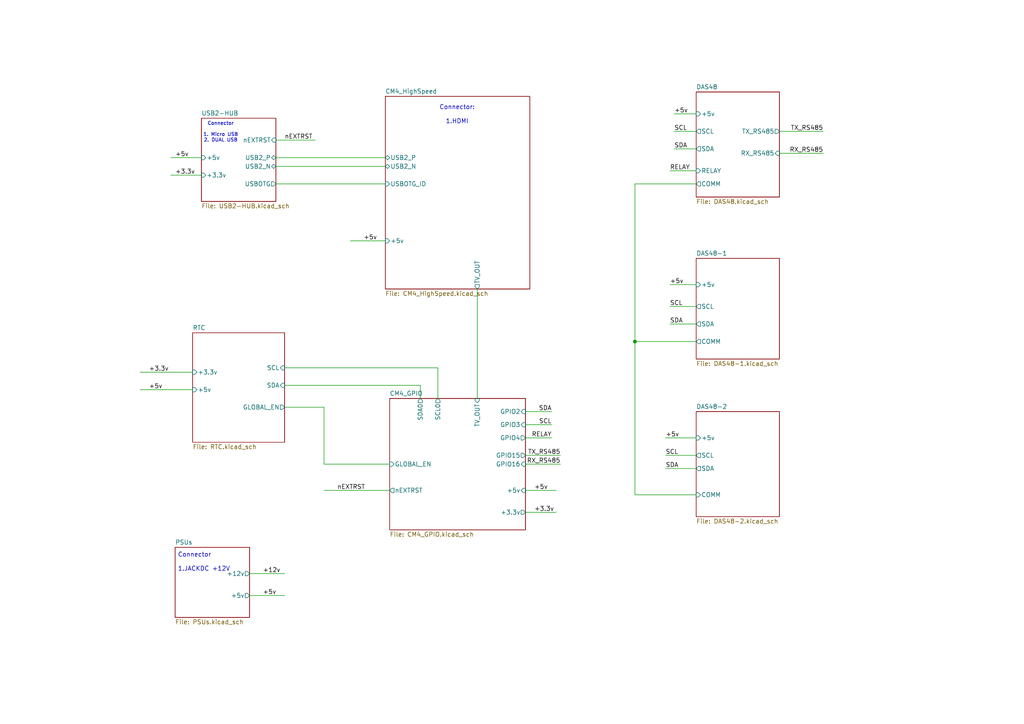
<source format=kicad_sch>
(kicad_sch
	(version 20231120)
	(generator "eeschema")
	(generator_version "8.0")
	(uuid "af259caa-2224-4218-ba31-7c4f2c7a8c5c")
	(paper "A4")
	(title_block
		(title "DAS48-Raspberry CM4")
		(rev "1")
		(company "MEL")
	)
	(lib_symbols)
	(junction
		(at 184.15 99.06)
		(diameter 0)
		(color 0 0 0 0)
		(uuid "9c8d0794-3369-471e-8860-fcab9ece3912")
	)
	(wire
		(pts
			(xy 93.98 134.62) (xy 93.98 118.11)
		)
		(stroke
			(width 0)
			(type default)
		)
		(uuid "02f8f69c-80fa-43ec-bd28-4241e3e832a4")
	)
	(wire
		(pts
			(xy 184.15 143.51) (xy 201.93 143.51)
		)
		(stroke
			(width 0)
			(type default)
		)
		(uuid "04a1972d-523e-4330-8f56-9207e39ccd6f")
	)
	(wire
		(pts
			(xy 121.92 115.57) (xy 121.92 111.76)
		)
		(stroke
			(width 0)
			(type default)
		)
		(uuid "0b75df14-07f8-4316-b38b-70139e8fdb06")
	)
	(wire
		(pts
			(xy 80.01 45.72) (xy 111.76 45.72)
		)
		(stroke
			(width 0)
			(type default)
		)
		(uuid "1478b4a0-f9ae-40c3-aee5-857952c8b7c1")
	)
	(wire
		(pts
			(xy 40.64 107.95) (xy 55.88 107.95)
		)
		(stroke
			(width 0)
			(type default)
		)
		(uuid "1a13b503-cb62-46a6-afdb-02a9542fbe9a")
	)
	(wire
		(pts
			(xy 226.06 38.1) (xy 238.76 38.1)
		)
		(stroke
			(width 0)
			(type default)
		)
		(uuid "1dc84533-f229-4226-90e6-51cf24419b97")
	)
	(wire
		(pts
			(xy 201.93 53.34) (xy 184.15 53.34)
		)
		(stroke
			(width 0)
			(type default)
		)
		(uuid "1fdf464c-7c28-4c88-b31f-5db8605663e1")
	)
	(wire
		(pts
			(xy 194.31 82.55) (xy 201.93 82.55)
		)
		(stroke
			(width 0)
			(type default)
		)
		(uuid "31443fa7-29d2-4a75-a342-8429dadd4b6c")
	)
	(wire
		(pts
			(xy 138.43 83.82) (xy 138.43 115.57)
		)
		(stroke
			(width 0)
			(type default)
		)
		(uuid "377d216e-b4e4-4554-9af6-b92f69c6cfa9")
	)
	(wire
		(pts
			(xy 49.53 50.8) (xy 58.42 50.8)
		)
		(stroke
			(width 0)
			(type default)
		)
		(uuid "3cc59bb1-9d46-4c46-8b78-15ecf8a04da2")
	)
	(wire
		(pts
			(xy 152.4 142.24) (xy 161.29 142.24)
		)
		(stroke
			(width 0)
			(type default)
		)
		(uuid "4316b346-b791-4055-965b-ebbafd3f7d11")
	)
	(wire
		(pts
			(xy 152.4 132.08) (xy 162.56 132.08)
		)
		(stroke
			(width 0)
			(type default)
		)
		(uuid "4a843e12-fe9d-4337-8280-d742baf69190")
	)
	(wire
		(pts
			(xy 152.4 148.59) (xy 161.29 148.59)
		)
		(stroke
			(width 0)
			(type default)
		)
		(uuid "51290605-e051-418c-8860-26d9866c7b54")
	)
	(wire
		(pts
			(xy 40.64 113.03) (xy 55.88 113.03)
		)
		(stroke
			(width 0)
			(type default)
		)
		(uuid "565925f5-f529-4114-b148-8964ae303727")
	)
	(wire
		(pts
			(xy 121.92 111.76) (xy 82.55 111.76)
		)
		(stroke
			(width 0)
			(type default)
		)
		(uuid "59647ced-259d-422f-aa5d-3ba1f81567c8")
	)
	(wire
		(pts
			(xy 194.31 93.98) (xy 201.93 93.98)
		)
		(stroke
			(width 0)
			(type default)
		)
		(uuid "5ae6cc83-4784-4fe2-a1f0-b1d989b82cc2")
	)
	(wire
		(pts
			(xy 127 115.57) (xy 127 106.68)
		)
		(stroke
			(width 0)
			(type default)
		)
		(uuid "63223430-a724-44c4-8057-b2bc69d47583")
	)
	(wire
		(pts
			(xy 127 106.68) (xy 82.55 106.68)
		)
		(stroke
			(width 0)
			(type default)
		)
		(uuid "68fd27cd-a473-492d-a852-9c8e30beb44a")
	)
	(wire
		(pts
			(xy 194.31 88.9) (xy 201.93 88.9)
		)
		(stroke
			(width 0)
			(type default)
		)
		(uuid "6a3b11fa-8620-496f-a931-cff880fa7ba5")
	)
	(wire
		(pts
			(xy 195.58 38.1) (xy 201.93 38.1)
		)
		(stroke
			(width 0)
			(type default)
		)
		(uuid "73d2ded1-1e3d-4df8-9825-32e305587110")
	)
	(wire
		(pts
			(xy 80.01 40.64) (xy 91.44 40.64)
		)
		(stroke
			(width 0)
			(type default)
		)
		(uuid "7ed45022-f568-4afa-94f6-d3b9ac40bedf")
	)
	(wire
		(pts
			(xy 80.01 48.26) (xy 111.76 48.26)
		)
		(stroke
			(width 0)
			(type default)
		)
		(uuid "8433fb73-c0e0-4cc3-9663-61c9d21bd954")
	)
	(wire
		(pts
			(xy 226.06 44.45) (xy 238.76 44.45)
		)
		(stroke
			(width 0)
			(type default)
		)
		(uuid "8dca7762-3925-4283-bc16-615d08c17900")
	)
	(wire
		(pts
			(xy 49.53 45.72) (xy 58.42 45.72)
		)
		(stroke
			(width 0)
			(type default)
		)
		(uuid "8f1c5dcc-1ece-4fdc-9c6d-9805ed4f103c")
	)
	(wire
		(pts
			(xy 193.04 127) (xy 201.93 127)
		)
		(stroke
			(width 0)
			(type default)
		)
		(uuid "9e5a1521-2506-4c6e-bda0-497f271d0ca9")
	)
	(wire
		(pts
			(xy 93.98 118.11) (xy 82.55 118.11)
		)
		(stroke
			(width 0)
			(type default)
		)
		(uuid "9e921dc9-7af1-433b-bf85-e36c73069c6d")
	)
	(wire
		(pts
			(xy 195.58 43.18) (xy 201.93 43.18)
		)
		(stroke
			(width 0)
			(type default)
		)
		(uuid "a0c29aab-53f3-489d-b26f-122c61dc0df9")
	)
	(wire
		(pts
			(xy 101.6 69.85) (xy 111.76 69.85)
		)
		(stroke
			(width 0)
			(type default)
		)
		(uuid "a4aab389-b375-4517-a75c-3940fa12be21")
	)
	(wire
		(pts
			(xy 184.15 53.34) (xy 184.15 99.06)
		)
		(stroke
			(width 0)
			(type default)
		)
		(uuid "ab2faebd-521f-4e63-a83b-f5c0283554c7")
	)
	(wire
		(pts
			(xy 152.4 127) (xy 160.02 127)
		)
		(stroke
			(width 0)
			(type default)
		)
		(uuid "ac979ad2-877f-484e-a312-6ef56dcceaa7")
	)
	(wire
		(pts
			(xy 152.4 119.38) (xy 160.02 119.38)
		)
		(stroke
			(width 0)
			(type default)
		)
		(uuid "b17be3aa-f7cf-4f96-836a-aec5dfb17376")
	)
	(wire
		(pts
			(xy 193.04 135.89) (xy 201.93 135.89)
		)
		(stroke
			(width 0)
			(type default)
		)
		(uuid "b371c9ef-50e3-4d2d-a68e-11b1e9f056ee")
	)
	(wire
		(pts
			(xy 80.01 53.34) (xy 111.76 53.34)
		)
		(stroke
			(width 0)
			(type default)
		)
		(uuid "b7ec234b-dffb-4d20-8f42-64e4fd1df142")
	)
	(wire
		(pts
			(xy 195.58 33.02) (xy 201.93 33.02)
		)
		(stroke
			(width 0)
			(type default)
		)
		(uuid "ba17c5c8-936c-4a53-987a-bb19061a4371")
	)
	(wire
		(pts
			(xy 72.39 166.37) (xy 82.55 166.37)
		)
		(stroke
			(width 0)
			(type default)
		)
		(uuid "bd0049a3-7866-4ac4-a845-abe34f61d0d2")
	)
	(wire
		(pts
			(xy 194.31 49.53) (xy 201.93 49.53)
		)
		(stroke
			(width 0)
			(type default)
		)
		(uuid "be3ffade-c3e0-4c34-9900-30655b04e04c")
	)
	(wire
		(pts
			(xy 184.15 99.06) (xy 184.15 143.51)
		)
		(stroke
			(width 0)
			(type default)
		)
		(uuid "c276e5e7-58fe-4069-beb5-5cc5919b30b5")
	)
	(wire
		(pts
			(xy 152.4 123.19) (xy 160.02 123.19)
		)
		(stroke
			(width 0)
			(type default)
		)
		(uuid "cef1a9a3-1fff-4d9d-b87b-7b8315bc0e42")
	)
	(wire
		(pts
			(xy 113.03 134.62) (xy 93.98 134.62)
		)
		(stroke
			(width 0)
			(type default)
		)
		(uuid "d2f794ac-2fbb-45bc-a665-896535d3cc4f")
	)
	(wire
		(pts
			(xy 72.39 172.72) (xy 82.55 172.72)
		)
		(stroke
			(width 0)
			(type default)
		)
		(uuid "db9f75ab-ff34-4af3-b89e-4ccc92f00504")
	)
	(wire
		(pts
			(xy 93.98 142.24) (xy 113.03 142.24)
		)
		(stroke
			(width 0)
			(type default)
		)
		(uuid "dd2f5bce-e7db-40ae-baab-8cdd4fa43d9a")
	)
	(wire
		(pts
			(xy 152.4 134.62) (xy 162.56 134.62)
		)
		(stroke
			(width 0)
			(type default)
		)
		(uuid "e08dc462-cf47-4c85-9ebb-7a83bef653c4")
	)
	(wire
		(pts
			(xy 193.04 132.08) (xy 201.93 132.08)
		)
		(stroke
			(width 0)
			(type default)
		)
		(uuid "e2b5b07f-3060-46a1-8963-6f3e390882a7")
	)
	(wire
		(pts
			(xy 184.15 99.06) (xy 201.93 99.06)
		)
		(stroke
			(width 0)
			(type default)
		)
		(uuid "f8e848b2-6419-4276-8d94-d310790027c0")
	)
	(text "Connector\n\n1. Micro USB\n2. DUAL USB"
		(exclude_from_sim no)
		(at 64.008 38.354 0)
		(effects
			(font
				(size 1 1)
			)
		)
		(uuid "05293a62-093d-473c-a087-8f53a3edcc93")
	)
	(text "Connector\n\n1.JACKDC +12V\n"
		(exclude_from_sim no)
		(at 51.562 163.068 0)
		(effects
			(font
				(size 1.27 1.27)
			)
			(justify left)
		)
		(uuid "19e9e5c4-0fcc-4010-aeb4-771561d09acb")
	)
	(text "Connector:\n\n1.HDMI\n"
		(exclude_from_sim no)
		(at 132.588 33.274 0)
		(effects
			(font
				(size 1.27 1.27)
			)
		)
		(uuid "4381b3e1-a95e-46df-9ad8-c8a4c6c3732b")
	)
	(label "nEXTRST"
		(at 82.55 40.64 0)
		(fields_autoplaced yes)
		(effects
			(font
				(size 1.27 1.27)
			)
			(justify left bottom)
		)
		(uuid "0323db37-ec21-47d4-baa6-957093edae62")
	)
	(label "+12v"
		(at 76.2 166.37 0)
		(fields_autoplaced yes)
		(effects
			(font
				(size 1.27 1.27)
			)
			(justify left bottom)
		)
		(uuid "0530640b-5a12-47c3-a08a-79d5ede39180")
	)
	(label "+5v"
		(at 50.8 45.72 0)
		(fields_autoplaced yes)
		(effects
			(font
				(size 1.27 1.27)
			)
			(justify left bottom)
		)
		(uuid "1b56a82e-dd3d-4ce0-aa7a-92fa2e389d66")
	)
	(label "SCL"
		(at 160.02 123.19 180)
		(fields_autoplaced yes)
		(effects
			(font
				(size 1.27 1.27)
			)
			(justify right bottom)
		)
		(uuid "25744666-317a-4bd7-be8b-4a95f3003949")
	)
	(label "SDA"
		(at 193.04 135.89 0)
		(fields_autoplaced yes)
		(effects
			(font
				(size 1.27 1.27)
			)
			(justify left bottom)
		)
		(uuid "431a5ad8-c16d-4bd6-8f10-a182b9d17ca2")
	)
	(label "SDA"
		(at 195.58 43.18 0)
		(fields_autoplaced yes)
		(effects
			(font
				(size 1.27 1.27)
			)
			(justify left bottom)
		)
		(uuid "489711c6-8c62-4f3c-b50f-4af457a64e55")
	)
	(label "RX_RS485"
		(at 162.56 134.62 180)
		(fields_autoplaced yes)
		(effects
			(font
				(size 1.27 1.27)
			)
			(justify right bottom)
		)
		(uuid "55a36c6d-8ea3-423d-851f-b0269c0877de")
	)
	(label "RX_RS485"
		(at 238.76 44.45 180)
		(fields_autoplaced yes)
		(effects
			(font
				(size 1.27 1.27)
			)
			(justify right bottom)
		)
		(uuid "567eab1b-2b16-4c36-8b8a-7f73637fa8d9")
	)
	(label "RELAY"
		(at 194.31 49.53 0)
		(fields_autoplaced yes)
		(effects
			(font
				(size 1.27 1.27)
			)
			(justify left bottom)
		)
		(uuid "5c853314-cade-4bf4-8b38-df14dd7580ef")
	)
	(label "SCL"
		(at 193.04 132.08 0)
		(fields_autoplaced yes)
		(effects
			(font
				(size 1.27 1.27)
			)
			(justify left bottom)
		)
		(uuid "6a08906f-0240-45a4-b273-242ca711cfc7")
	)
	(label "+5v"
		(at 193.04 127 0)
		(fields_autoplaced yes)
		(effects
			(font
				(size 1.27 1.27)
			)
			(justify left bottom)
		)
		(uuid "787a76c0-bb5a-4396-9850-1ea5c8a44572")
	)
	(label "SDA"
		(at 194.31 93.98 0)
		(fields_autoplaced yes)
		(effects
			(font
				(size 1.27 1.27)
			)
			(justify left bottom)
		)
		(uuid "7c695a2f-19e1-465c-ac0f-08bcca3535cb")
	)
	(label "nEXTRST"
		(at 97.79 142.24 0)
		(fields_autoplaced yes)
		(effects
			(font
				(size 1.27 1.27)
			)
			(justify left bottom)
		)
		(uuid "80c86db1-43eb-4f06-9994-f7c9ad4ef7e8")
	)
	(label "SDA"
		(at 160.02 119.38 180)
		(fields_autoplaced yes)
		(effects
			(font
				(size 1.27 1.27)
			)
			(justify right bottom)
		)
		(uuid "8707bbe7-fa44-442b-b84c-ebe178e7e353")
	)
	(label "TX_RS485"
		(at 238.76 38.1 180)
		(fields_autoplaced yes)
		(effects
			(font
				(size 1.27 1.27)
			)
			(justify right bottom)
		)
		(uuid "8ad9f17d-8cf8-4694-8dbb-f9defb74f61a")
	)
	(label "+3.3v"
		(at 50.8 50.8 0)
		(fields_autoplaced yes)
		(effects
			(font
				(size 1.27 1.27)
			)
			(justify left bottom)
		)
		(uuid "8fe69c73-5f8c-47e0-93f4-87edb412e9a8")
	)
	(label "+3.3v"
		(at 154.94 148.59 0)
		(fields_autoplaced yes)
		(effects
			(font
				(size 1.27 1.27)
			)
			(justify left bottom)
		)
		(uuid "9e7640ca-9a15-4c4c-a59b-9b32b13533ce")
	)
	(label "SCL"
		(at 194.31 88.9 0)
		(fields_autoplaced yes)
		(effects
			(font
				(size 1.27 1.27)
			)
			(justify left bottom)
		)
		(uuid "c2a08ea0-58f9-4a9a-9316-913a5a87d901")
	)
	(label "TX_RS485"
		(at 162.56 132.08 180)
		(fields_autoplaced yes)
		(effects
			(font
				(size 1.27 1.27)
			)
			(justify right bottom)
		)
		(uuid "c4f22853-8d85-448b-bf7d-4e5efca1bb8f")
	)
	(label "+5v"
		(at 194.31 82.55 0)
		(fields_autoplaced yes)
		(effects
			(font
				(size 1.27 1.27)
			)
			(justify left bottom)
		)
		(uuid "c58c1bc0-adf2-4f31-92fc-6b1c950dd5d5")
	)
	(label "+5v"
		(at 105.41 69.85 0)
		(fields_autoplaced yes)
		(effects
			(font
				(size 1.27 1.27)
			)
			(justify left bottom)
		)
		(uuid "ca74b259-91f7-4f85-b5a3-f68472718815")
	)
	(label "+5v"
		(at 154.94 142.24 0)
		(fields_autoplaced yes)
		(effects
			(font
				(size 1.27 1.27)
			)
			(justify left bottom)
		)
		(uuid "d517915b-52cb-421b-8c04-ea343433eef9")
	)
	(label "+5v"
		(at 43.18 113.03 0)
		(fields_autoplaced yes)
		(effects
			(font
				(size 1.27 1.27)
			)
			(justify left bottom)
		)
		(uuid "d719f590-d0f6-4c39-9317-9dc948d0dc1f")
	)
	(label "+5v"
		(at 76.2 172.72 0)
		(fields_autoplaced yes)
		(effects
			(font
				(size 1.27 1.27)
			)
			(justify left bottom)
		)
		(uuid "dd19e5ee-2d16-47c5-9d35-d59388da65e0")
	)
	(label "RELAY"
		(at 160.02 127 180)
		(fields_autoplaced yes)
		(effects
			(font
				(size 1.27 1.27)
			)
			(justify right bottom)
		)
		(uuid "dff7467e-212b-4c92-bf1c-0332301fd8e5")
	)
	(label "+3.3v"
		(at 43.18 107.95 0)
		(fields_autoplaced yes)
		(effects
			(font
				(size 1.27 1.27)
			)
			(justify left bottom)
		)
		(uuid "ef3b0da7-8c0c-46c0-8ad9-3b1e1340178a")
	)
	(label "+5v"
		(at 195.58 33.02 0)
		(fields_autoplaced yes)
		(effects
			(font
				(size 1.27 1.27)
			)
			(justify left bottom)
		)
		(uuid "efea5ce7-dca7-4b34-8749-2232d6eedd2b")
	)
	(label "SCL"
		(at 195.58 38.1 0)
		(fields_autoplaced yes)
		(effects
			(font
				(size 1.27 1.27)
			)
			(justify left bottom)
		)
		(uuid "f439b007-01af-48e1-abf2-97ad1f28bb1c")
	)
	(sheet
		(at 50.8 158.75)
		(size 21.59 20.32)
		(fields_autoplaced yes)
		(stroke
			(width 0.1524)
			(type solid)
		)
		(fill
			(color 0 0 0 0.0000)
		)
		(uuid "04c8bf4a-7f20-4127-8aef-a0fa34ed45fd")
		(property "Sheetname" "PSUs"
			(at 50.8 158.0384 0)
			(effects
				(font
					(size 1.27 1.27)
				)
				(justify left bottom)
			)
		)
		(property "Sheetfile" "PSUs.kicad_sch"
			(at 50.8 179.6546 0)
			(effects
				(font
					(size 1.27 1.27)
				)
				(justify left top)
			)
		)
		(pin "+12v" output
			(at 72.39 166.37 0)
			(effects
				(font
					(size 1.27 1.27)
				)
				(justify right)
			)
			(uuid "bbc94e98-25bc-43a3-910b-e4f2ec8121ec")
		)
		(pin "+5v" output
			(at 72.39 172.72 0)
			(effects
				(font
					(size 1.27 1.27)
				)
				(justify right)
			)
			(uuid "2b296bac-225d-4de4-bded-16b48f823a01")
		)
		(instances
			(project "DAS-Raspi"
				(path "/af259caa-2224-4218-ba31-7c4f2c7a8c5c"
					(page "3")
				)
			)
		)
	)
	(sheet
		(at 111.76 27.94)
		(size 41.91 55.88)
		(fields_autoplaced yes)
		(stroke
			(width 0.1524)
			(type solid)
		)
		(fill
			(color 0 0 0 0.0000)
		)
		(uuid "05bcf520-9b30-4c3b-be85-acd1c79dc077")
		(property "Sheetname" "CM4_HighSpeed"
			(at 111.76 27.2284 0)
			(effects
				(font
					(size 1.27 1.27)
				)
				(justify left bottom)
			)
		)
		(property "Sheetfile" "CM4_HighSpeed.kicad_sch"
			(at 111.76 84.4046 0)
			(effects
				(font
					(size 1.27 1.27)
				)
				(justify left top)
			)
		)
		(pin "USBOTG_ID" input
			(at 111.76 53.34 180)
			(effects
				(font
					(size 1.27 1.27)
				)
				(justify left)
			)
			(uuid "4dec5daa-b099-4045-bfad-0a5dfcc6efe2")
		)
		(pin "USB2_N" bidirectional
			(at 111.76 48.26 180)
			(effects
				(font
					(size 1.27 1.27)
				)
				(justify left)
			)
			(uuid "4181bffe-02ad-40d2-bcc0-c84c84fbb50a")
		)
		(pin "USB2_P" bidirectional
			(at 111.76 45.72 180)
			(effects
				(font
					(size 1.27 1.27)
				)
				(justify left)
			)
			(uuid "298edc62-ddd6-41f8-a66a-1e03cec4c633")
		)
		(pin "+5v" input
			(at 111.76 69.85 180)
			(effects
				(font
					(size 1.27 1.27)
				)
				(justify left)
			)
			(uuid "90d2ab34-3e9c-47e4-aeac-1e53fb219281")
		)
		(pin "TV_OUT" output
			(at 138.43 83.82 270)
			(effects
				(font
					(size 1.27 1.27)
				)
				(justify left)
			)
			(uuid "3ed58c5e-f9c4-49e7-b181-02fdb7666649")
		)
		(instances
			(project "DAS-Raspi"
				(path "/af259caa-2224-4218-ba31-7c4f2c7a8c5c"
					(page "4")
				)
			)
		)
	)
	(sheet
		(at 201.93 26.67)
		(size 24.13 30.48)
		(fields_autoplaced yes)
		(stroke
			(width 0.1524)
			(type solid)
		)
		(fill
			(color 0 0 0 0.0000)
		)
		(uuid "2ca014d9-1e58-40f0-8aed-d35f1156f558")
		(property "Sheetname" "DAS48"
			(at 201.93 25.9584 0)
			(effects
				(font
					(size 1.27 1.27)
				)
				(justify left bottom)
			)
		)
		(property "Sheetfile" "DAS48.kicad_sch"
			(at 201.93 57.7346 0)
			(effects
				(font
					(size 1.27 1.27)
				)
				(justify left top)
			)
		)
		(pin "+5v" input
			(at 201.93 33.02 180)
			(effects
				(font
					(size 1.27 1.27)
				)
				(justify left)
			)
			(uuid "c1bc8e96-d577-48ce-8c15-64805544a703")
		)
		(pin "SCL" output
			(at 201.93 38.1 180)
			(effects
				(font
					(size 1.27 1.27)
				)
				(justify left)
			)
			(uuid "ed1aeb8f-0eb5-4290-8fe3-2f1576c2a6e9")
		)
		(pin "SDA" output
			(at 201.93 43.18 180)
			(effects
				(font
					(size 1.27 1.27)
				)
				(justify left)
			)
			(uuid "69433b3d-2ed8-4560-8893-c8348d16f1cf")
		)
		(pin "RELAY" input
			(at 201.93 49.53 180)
			(effects
				(font
					(size 1.27 1.27)
				)
				(justify left)
			)
			(uuid "b6319352-951c-4e50-9b76-c2f576790892")
		)
		(pin "TX_RS485" output
			(at 226.06 38.1 0)
			(effects
				(font
					(size 1.27 1.27)
				)
				(justify right)
			)
			(uuid "25e35361-0511-4afa-8c27-aa33ac17b1a6")
		)
		(pin "RX_RS485" input
			(at 226.06 44.45 0)
			(effects
				(font
					(size 1.27 1.27)
				)
				(justify right)
			)
			(uuid "d39628d4-15b5-4ec2-b822-82a1687b57f5")
		)
		(pin "COMM" output
			(at 201.93 53.34 180)
			(effects
				(font
					(size 1.27 1.27)
				)
				(justify left)
			)
			(uuid "e6886847-d1c0-494f-a8f0-bfa8008bc191")
		)
		(instances
			(project "DAS-Raspi"
				(path "/af259caa-2224-4218-ba31-7c4f2c7a8c5c"
					(page "7")
				)
			)
		)
	)
	(sheet
		(at 113.03 115.57)
		(size 39.37 38.1)
		(fields_autoplaced yes)
		(stroke
			(width 0.1524)
			(type solid)
		)
		(fill
			(color 0 0 0 0.0000)
		)
		(uuid "4f8a4db6-8849-4afb-8fc4-5631843c7f8a")
		(property "Sheetname" "CM4_GPIO"
			(at 113.03 114.8584 0)
			(effects
				(font
					(size 1.27 1.27)
				)
				(justify left bottom)
			)
		)
		(property "Sheetfile" "CM4_GPIO.kicad_sch"
			(at 113.03 154.2546 0)
			(effects
				(font
					(size 1.27 1.27)
				)
				(justify left top)
			)
		)
		(pin "+5v" input
			(at 152.4 142.24 0)
			(effects
				(font
					(size 1.27 1.27)
				)
				(justify right)
			)
			(uuid "c3b9a1fb-53bf-4f44-8c46-c5b29d0ca0d0")
		)
		(pin "+3.3v" output
			(at 152.4 148.59 0)
			(effects
				(font
					(size 1.27 1.27)
				)
				(justify right)
			)
			(uuid "70f3535d-a8b5-4e92-b31d-8d8f09f8c455")
		)
		(pin "nEXTRST" output
			(at 113.03 142.24 180)
			(effects
				(font
					(size 1.27 1.27)
				)
				(justify left)
			)
			(uuid "6e516156-980f-4b88-a264-a056dc377a44")
		)
		(pin "GLOBAL_EN" input
			(at 113.03 134.62 180)
			(effects
				(font
					(size 1.27 1.27)
				)
				(justify left)
			)
			(uuid "2986365b-b710-4781-a6ff-0feeb60a32fb")
		)
		(pin "TV_OUT" input
			(at 138.43 115.57 90)
			(effects
				(font
					(size 1.27 1.27)
				)
				(justify right)
			)
			(uuid "17ce4042-c475-48b3-a282-e1f685efe9e0")
		)
		(pin "SCL0" output
			(at 127 115.57 90)
			(effects
				(font
					(size 1.27 1.27)
				)
				(justify right)
			)
			(uuid "cf2b12cf-36ea-4a43-850d-4c1d73140492")
		)
		(pin "SDA0" output
			(at 121.92 115.57 90)
			(effects
				(font
					(size 1.27 1.27)
				)
				(justify right)
			)
			(uuid "ffa7a419-3b28-4fe2-ad2f-a01fb643ccf3")
		)
		(pin "GPIO2" input
			(at 152.4 119.38 0)
			(effects
				(font
					(size 1.27 1.27)
				)
				(justify right)
			)
			(uuid "7e2bd133-7313-4668-9a2e-8737c0b4d34c")
		)
		(pin "GPIO3" input
			(at 152.4 123.19 0)
			(effects
				(font
					(size 1.27 1.27)
				)
				(justify right)
			)
			(uuid "1a71bbcb-9846-433f-96b1-d7dde2deb60f")
		)
		(pin "GPIO4" output
			(at 152.4 127 0)
			(effects
				(font
					(size 1.27 1.27)
				)
				(justify right)
			)
			(uuid "d54fc750-d195-49fd-824c-7862b2ab6b36")
		)
		(pin "GPIO15" output
			(at 152.4 132.08 0)
			(effects
				(font
					(size 1.27 1.27)
				)
				(justify right)
			)
			(uuid "d40a5aaa-d4eb-4656-ab8b-9355803b37b7")
		)
		(pin "GPIO16" input
			(at 152.4 134.62 0)
			(effects
				(font
					(size 1.27 1.27)
				)
				(justify right)
			)
			(uuid "969e9e44-e5d0-46d6-bc3d-a75913a1f56c")
		)
		(instances
			(project "DAS-Raspi"
				(path "/af259caa-2224-4218-ba31-7c4f2c7a8c5c"
					(page "5")
				)
			)
		)
	)
	(sheet
		(at 55.88 96.52)
		(size 26.67 31.75)
		(fields_autoplaced yes)
		(stroke
			(width 0.1524)
			(type solid)
		)
		(fill
			(color 0 0 0 0.0000)
		)
		(uuid "5a67d527-4072-4e2f-b9bc-c35b94f1963a")
		(property "Sheetname" "RTC"
			(at 55.88 95.8084 0)
			(effects
				(font
					(size 1.27 1.27)
				)
				(justify left bottom)
			)
		)
		(property "Sheetfile" "RTC.kicad_sch"
			(at 55.88 128.8546 0)
			(effects
				(font
					(size 1.27 1.27)
				)
				(justify left top)
			)
		)
		(pin "SCL" input
			(at 82.55 106.68 0)
			(effects
				(font
					(size 1.27 1.27)
				)
				(justify right)
			)
			(uuid "2aa42a68-8385-490a-8a38-e4e12c2b08be")
		)
		(pin "SDA" input
			(at 82.55 111.76 0)
			(effects
				(font
					(size 1.27 1.27)
				)
				(justify right)
			)
			(uuid "078ed345-1eaf-4a86-97d9-1240dcd94828")
		)
		(pin "+3.3v" input
			(at 55.88 107.95 180)
			(effects
				(font
					(size 1.27 1.27)
				)
				(justify left)
			)
			(uuid "c759b695-cbc0-4fef-a5fc-ad8478175f75")
		)
		(pin "GLOBAL_EN" output
			(at 82.55 118.11 0)
			(effects
				(font
					(size 1.27 1.27)
				)
				(justify right)
			)
			(uuid "727602d7-60fb-4599-b6ad-f699160d84a7")
		)
		(pin "+5v" input
			(at 55.88 113.03 180)
			(effects
				(font
					(size 1.27 1.27)
				)
				(justify left)
			)
			(uuid "1e9755ea-50a5-4729-82b0-5db2fa6ba73e")
		)
		(instances
			(project "DAS-Raspi"
				(path "/af259caa-2224-4218-ba31-7c4f2c7a8c5c"
					(page "6")
				)
			)
		)
	)
	(sheet
		(at 201.93 74.93)
		(size 24.13 29.21)
		(fields_autoplaced yes)
		(stroke
			(width 0.1524)
			(type solid)
		)
		(fill
			(color 0 0 0 0.0000)
		)
		(uuid "78745a0a-32f4-4178-bef5-32ea0865b58d")
		(property "Sheetname" "DAS48-1"
			(at 201.93 74.2184 0)
			(effects
				(font
					(size 1.27 1.27)
				)
				(justify left bottom)
			)
		)
		(property "Sheetfile" "DAS48-1.kicad_sch"
			(at 201.93 104.7246 0)
			(effects
				(font
					(size 1.27 1.27)
				)
				(justify left top)
			)
		)
		(pin "+5v" input
			(at 201.93 82.55 180)
			(effects
				(font
					(size 1.27 1.27)
				)
				(justify left)
			)
			(uuid "4a26c235-005a-4b62-8f79-ba0268575c50")
		)
		(pin "SCL" output
			(at 201.93 88.9 180)
			(effects
				(font
					(size 1.27 1.27)
				)
				(justify left)
			)
			(uuid "002f7e2f-ce7e-40f5-b179-8399d1b168a0")
		)
		(pin "SDA" output
			(at 201.93 93.98 180)
			(effects
				(font
					(size 1.27 1.27)
				)
				(justify left)
			)
			(uuid "69ef0100-2b34-4684-b66b-1240e790cd0b")
		)
		(pin "COMM" output
			(at 201.93 99.06 180)
			(effects
				(font
					(size 1.27 1.27)
				)
				(justify left)
			)
			(uuid "cfabe694-d82c-465b-a487-7b70e83f2d68")
		)
		(instances
			(project "DAS-Raspi"
				(path "/af259caa-2224-4218-ba31-7c4f2c7a8c5c"
					(page "8")
				)
			)
		)
	)
	(sheet
		(at 58.42 34.29)
		(size 21.59 24.13)
		(fields_autoplaced yes)
		(stroke
			(width 0.1524)
			(type solid)
		)
		(fill
			(color 0 0 0 0.0000)
		)
		(uuid "8d8724b7-31c4-4915-b013-40d1bd61bddd")
		(property "Sheetname" "USB2-HUB"
			(at 58.42 33.5784 0)
			(effects
				(font
					(size 1.27 1.27)
				)
				(justify left bottom)
			)
		)
		(property "Sheetfile" "USB2-HUB.kicad_sch"
			(at 58.42 59.0046 0)
			(effects
				(font
					(size 1.27 1.27)
				)
				(justify left top)
			)
		)
		(pin "USB2_N" bidirectional
			(at 80.01 48.26 0)
			(effects
				(font
					(size 1.27 1.27)
				)
				(justify right)
			)
			(uuid "b0c4ccde-2341-4be5-bcb2-630b3ed440c7")
		)
		(pin "USB2_P" bidirectional
			(at 80.01 45.72 0)
			(effects
				(font
					(size 1.27 1.27)
				)
				(justify right)
			)
			(uuid "53e5b6cf-97a7-4aec-8145-1ddc8e0161c5")
		)
		(pin "USBOTG" output
			(at 80.01 53.34 0)
			(effects
				(font
					(size 1.27 1.27)
				)
				(justify right)
			)
			(uuid "15810c6d-9898-47ae-85fd-9633573f5a62")
		)
		(pin "nEXTRST" input
			(at 80.01 40.64 0)
			(effects
				(font
					(size 1.27 1.27)
				)
				(justify right)
			)
			(uuid "e271d394-c697-415f-9e16-696b6d5338ad")
		)
		(pin "+3.3v" input
			(at 58.42 50.8 180)
			(effects
				(font
					(size 1.27 1.27)
				)
				(justify left)
			)
			(uuid "fae53ea3-d780-4e21-b9cb-45b4b3177827")
		)
		(pin "+5v" input
			(at 58.42 45.72 180)
			(effects
				(font
					(size 1.27 1.27)
				)
				(justify left)
			)
			(uuid "b0c8276f-7c01-4604-963b-46a53680c48b")
		)
		(instances
			(project "DAS-Raspi"
				(path "/af259caa-2224-4218-ba31-7c4f2c7a8c5c"
					(page "2")
				)
			)
		)
	)
	(sheet
		(at 201.93 119.38)
		(size 24.13 30.48)
		(fields_autoplaced yes)
		(stroke
			(width 0.1524)
			(type solid)
		)
		(fill
			(color 0 0 0 0.0000)
		)
		(uuid "8f4589ed-f644-45b8-bfa8-52d682e24996")
		(property "Sheetname" "DAS48-2"
			(at 201.93 118.6684 0)
			(effects
				(font
					(size 1.27 1.27)
				)
				(justify left bottom)
			)
		)
		(property "Sheetfile" "DAS48-2.kicad_sch"
			(at 201.93 150.4446 0)
			(effects
				(font
					(size 1.27 1.27)
				)
				(justify left top)
			)
		)
		(pin "+5v" input
			(at 201.93 127 180)
			(effects
				(font
					(size 1.27 1.27)
				)
				(justify left)
			)
			(uuid "64dd7cff-252a-436c-908d-80564270ccbd")
		)
		(pin "SCL" output
			(at 201.93 132.08 180)
			(effects
				(font
					(size 1.27 1.27)
				)
				(justify left)
			)
			(uuid "f7546998-7a23-4f25-8ce2-7396335509dd")
		)
		(pin "SDA" output
			(at 201.93 135.89 180)
			(effects
				(font
					(size 1.27 1.27)
				)
				(justify left)
			)
			(uuid "4fb757d0-27b7-40fb-96d0-ee07c1be1553")
		)
		(pin "COMM" input
			(at 201.93 143.51 180)
			(effects
				(font
					(size 1.27 1.27)
				)
				(justify left)
			)
			(uuid "510d744e-ecc8-4c3e-9558-e36d0765eae9")
		)
		(instances
			(project "DAS-Raspi"
				(path "/af259caa-2224-4218-ba31-7c4f2c7a8c5c"
					(page "9")
				)
			)
		)
	)
	(sheet_instances
		(path "/"
			(page "1")
		)
	)
)
</source>
